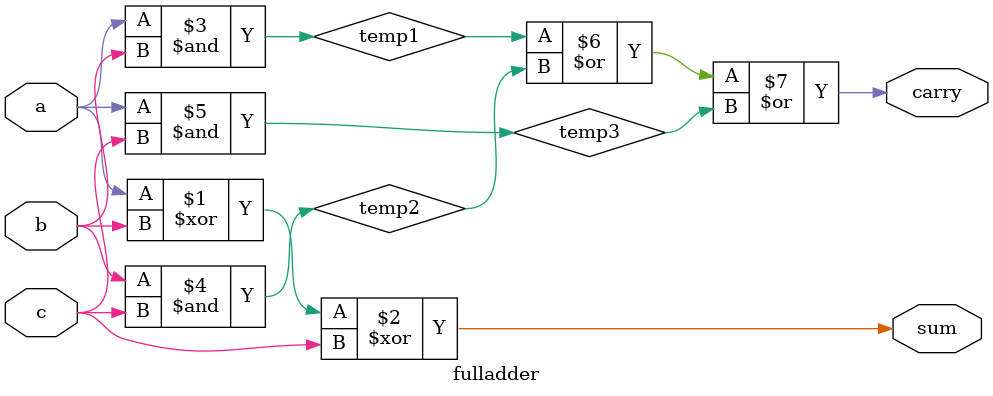
<source format=v>
`timescale 1ns / 1ps
module fulladder(
 input a,
 input b,
 input c,
 output sum,
 output carry
    );
	 
	 xor(sum,a,b,c);
	 and(temp1,a,b);
	 and(temp2,b,c);
	 and(temp3,a,c);
	 or(carry,temp1,temp2,temp3);


endmodule

</source>
